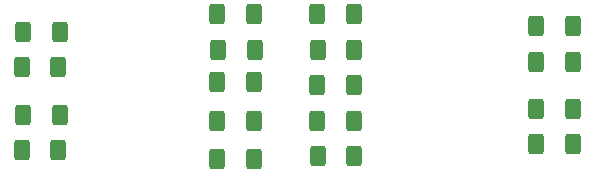
<source format=gbr>
%TF.GenerationSoftware,KiCad,Pcbnew,8.0.6*%
%TF.CreationDate,2024-11-22T18:40:36+01:00*%
%TF.ProjectId,+-10v dac,2b2d3130-7620-4646-9163-2e6b69636164,rev?*%
%TF.SameCoordinates,Original*%
%TF.FileFunction,Paste,Top*%
%TF.FilePolarity,Positive*%
%FSLAX46Y46*%
G04 Gerber Fmt 4.6, Leading zero omitted, Abs format (unit mm)*
G04 Created by KiCad (PCBNEW 8.0.6) date 2024-11-22 18:40:36*
%MOMM*%
%LPD*%
G01*
G04 APERTURE LIST*
G04 Aperture macros list*
%AMRoundRect*
0 Rectangle with rounded corners*
0 $1 Rounding radius*
0 $2 $3 $4 $5 $6 $7 $8 $9 X,Y pos of 4 corners*
0 Add a 4 corners polygon primitive as box body*
4,1,4,$2,$3,$4,$5,$6,$7,$8,$9,$2,$3,0*
0 Add four circle primitives for the rounded corners*
1,1,$1+$1,$2,$3*
1,1,$1+$1,$4,$5*
1,1,$1+$1,$6,$7*
1,1,$1+$1,$8,$9*
0 Add four rect primitives between the rounded corners*
20,1,$1+$1,$2,$3,$4,$5,0*
20,1,$1+$1,$4,$5,$6,$7,0*
20,1,$1+$1,$6,$7,$8,$9,0*
20,1,$1+$1,$8,$9,$2,$3,0*%
G04 Aperture macros list end*
%ADD10RoundRect,0.250000X-0.400000X-0.625000X0.400000X-0.625000X0.400000X0.625000X-0.400000X0.625000X0*%
G04 APERTURE END LIST*
D10*
%TO.C,R18*%
X129900000Y-100500000D03*
X133000000Y-100500000D03*
%TD*%
%TO.C,R17*%
X129900000Y-97500000D03*
X133000000Y-97500000D03*
%TD*%
%TO.C,R16*%
X129950000Y-94500000D03*
X133050000Y-94500000D03*
%TD*%
%TO.C,R15*%
X129900000Y-91500000D03*
X133000000Y-91500000D03*
%TD*%
%TO.C,R14*%
X148450000Y-102500000D03*
X151550000Y-102500000D03*
%TD*%
%TO.C,R13*%
X148450000Y-99500000D03*
X151550000Y-99500000D03*
%TD*%
%TO.C,R12*%
X129950000Y-103500000D03*
X133050000Y-103500000D03*
%TD*%
%TO.C,R11*%
X148450000Y-95500000D03*
X151550000Y-95500000D03*
%TD*%
%TO.C,R10*%
X148450000Y-92500000D03*
X151550000Y-92500000D03*
%TD*%
%TO.C,R9*%
X121450000Y-91500000D03*
X124550000Y-91500000D03*
%TD*%
%TO.C,R8*%
X121500000Y-94500000D03*
X124600000Y-94500000D03*
%TD*%
%TO.C,R7*%
X121450000Y-100500000D03*
X124550000Y-100500000D03*
%TD*%
%TO.C,R6*%
X121450000Y-97210000D03*
X124550000Y-97210000D03*
%TD*%
%TO.C,R5*%
X121450000Y-103710000D03*
X124550000Y-103710000D03*
%TD*%
%TO.C,R4*%
X105000000Y-93000000D03*
X108100000Y-93000000D03*
%TD*%
%TO.C,R3*%
X104900000Y-103000000D03*
X108000000Y-103000000D03*
%TD*%
%TO.C,R2*%
X104900000Y-96000000D03*
X108000000Y-96000000D03*
%TD*%
%TO.C,R1*%
X105000000Y-100000000D03*
X108100000Y-100000000D03*
%TD*%
M02*

</source>
